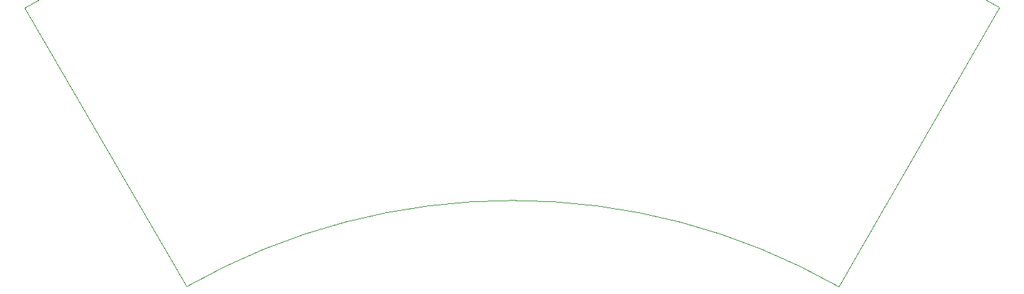
<source format=gbr>
%TF.GenerationSoftware,KiCad,Pcbnew,(6.0.0)*%
%TF.CreationDate,2022-01-04T16:29:48+01:00*%
%TF.ProjectId,SurfaceCoil_PCB_1Seg,53757266-6163-4654-936f-696c5f504342,rev?*%
%TF.SameCoordinates,Original*%
%TF.FileFunction,Profile,NP*%
%FSLAX46Y46*%
G04 Gerber Fmt 4.6, Leading zero omitted, Abs format (unit mm)*
G04 Created by KiCad (PCBNEW (6.0.0)) date 2022-01-04 16:29:48*
%MOMM*%
%LPD*%
G01*
G04 APERTURE LIST*
%TA.AperFunction,Profile*%
%ADD10C,0.100000*%
%TD*%
G04 APERTURE END LIST*
D10*
X199930582Y-95681178D02*
G75*
G03*
X80130426Y-95779498I-59815092J-103602697D01*
G01*
X199930582Y-95681178D02*
X180175005Y-130100004D01*
X180175000Y-130100000D02*
G75*
G03*
X100060213Y-130097745I-40059372J-70283646D01*
G01*
X80130424Y-95779499D02*
X100060213Y-130097745D01*
M02*

</source>
